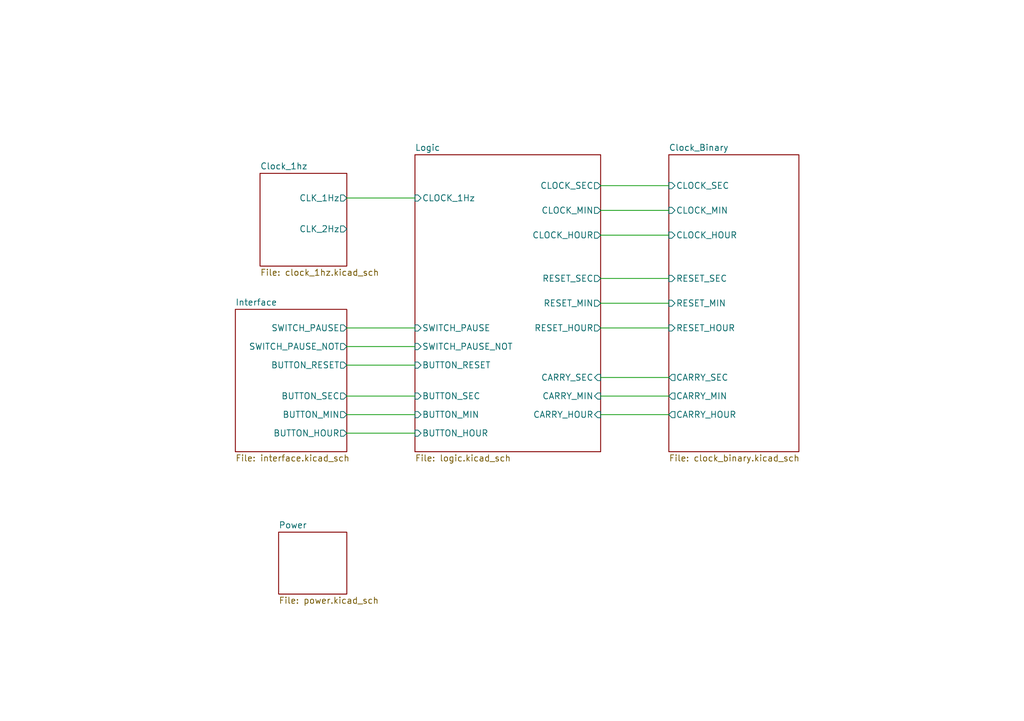
<source format=kicad_sch>
(kicad_sch (version 20230121) (generator eeschema)
  (paper "A5")
  (lib_symbols)
  (wire (pts (xy 71.12 74.93) (xy 85.09 74.93)))
  (wire (pts (xy 123.19 81.28) (xy 137.16 81.28)))
  (wire (pts (xy 123.19 48.26) (xy 137.16 48.26)))
  (wire (pts (xy 71.12 81.28) (xy 85.09 81.28)))
  (wire (pts (xy 71.12 71.12) (xy 85.09 71.12)))
  (wire (pts (xy 123.19 67.31) (xy 137.16 67.31)))
  (wire (pts (xy 123.19 38.1) (xy 137.16 38.1)))
  (wire (pts (xy 123.19 62.23) (xy 137.16 62.23)))
  (wire (pts (xy 71.12 88.9) (xy 85.09 88.9)))
  (wire (pts (xy 71.12 67.31) (xy 85.09 67.31)))
  (wire (pts (xy 71.12 85.09) (xy 85.09 85.09)))
  (wire (pts (xy 71.12 40.64) (xy 85.09 40.64)))
  (wire (pts (xy 123.19 77.47) (xy 137.16 77.47)))
  (wire (pts (xy 123.19 57.15) (xy 137.16 57.15)))
  (wire (pts (xy 123.19 85.09) (xy 137.16 85.09)))
  (wire (pts (xy 123.19 43.18) (xy 137.16 43.18)))
  (sheet (at 137.16 31.75) (size 26.67 60.96) (stroke (width 0.1524))
    (property "Sheetname" "Clock_Binary" (at 137.16 31.0384 0) (effects (justify left bottom)))
    (property "Sheetfile" "clock_binary.kicad_sch" (at 137.16 93.2946 0) (effects (justify left top)))
    (pin "CARRY_MIN" output (at 137.16 81.28 180))
    (pin "CLOCK_HOUR" input (at 137.16 48.26 180))
    (pin "RESET_HOUR" input (at 137.16 67.31 180))
    (pin "CARRY_HOUR" output (at 137.16 85.09 180))
    (pin "CLOCK_SEC" input (at 137.16 38.1 180))
    (pin "RESET_SEC" input (at 137.16 57.15 180))
    (pin "CARRY_SEC" output (at 137.16 77.47 180))
    (pin "CLOCK_MIN" input (at 137.16 43.18 180))
    (pin "RESET_MIN" input (at 137.16 62.23 180))
  )
  (sheet (at 57.15 109.22) (size 13.97 12.7) (stroke (width 0.1524))
    (property "Sheetname" "Power" (at 57.15 108.5084 0) (effects (justify left bottom)))
    (property "Sheetfile" "power.kicad_sch" (at 57.15 122.5046 0) (effects (justify left top)))
  )
  (sheet (at 53.34 35.56) (size 17.78 19.05) (stroke (width 0.1524))
    (property "Sheetname" "Clock_1hz" (at 53.34 34.8484 0) (effects (justify left bottom)))
    (property "Sheetfile" "clock_1hz.kicad_sch" (at 53.34 55.1946 0) (effects (justify left top)))
    (pin "CLK_2Hz" output (at 71.12 46.99 0))
    (pin "CLK_1Hz" output (at 71.12 40.64 0))
  )
  (sheet (at 85.09 31.75) (size 38.1 60.96) (stroke (width 0.1524))
    (property "Sheetname" "Logic" (at 85.09 31.0384 0) (effects (justify left bottom)))
    (property "Sheetfile" "logic.kicad_sch" (at 85.09 93.2946 0) (effects (justify left top)))
    (pin "BUTTON_SEC" input (at 85.09 81.28 180))
    (pin "SWITCH_PAUSE_NOT" input (at 85.09 71.12 180))
    (pin "CLOCK_1Hz" input (at 85.09 40.64 180))
    (pin "CARRY_SEC" input (at 123.19 77.47 0))
    (pin "BUTTON_RESET" input (at 85.09 74.93 180))
    (pin "SWITCH_PAUSE" input (at 85.09 67.31 180))
    (pin "CARRY_MIN" input (at 123.19 81.28 0))
    (pin "RESET_SEC" output (at 123.19 57.15 0))
    (pin "BUTTON_MIN" input (at 85.09 85.09 180))
    (pin "CLOCK_SEC" output (at 123.19 38.1 0))
    (pin "CARRY_HOUR" input (at 123.19 85.09 0))
    (pin "RESET_MIN" output (at 123.19 62.23 0))
    (pin "CLOCK_HOUR" output (at 123.19 48.26 0))
    (pin "RESET_HOUR" output (at 123.19 67.31 0))
    (pin "BUTTON_HOUR" input (at 85.09 88.9 180))
    (pin "CLOCK_MIN" output (at 123.19 43.18 0))
  )
  (sheet (at 48.26 63.5) (size 22.86 29.21) (stroke (width 0.1524))
    (property "Sheetname" "Interface" (at 48.26 62.7884 0) (effects (justify left bottom)))
    (property "Sheetfile" "interface.kicad_sch" (at 48.26 93.2946 0) (effects (justify left top)))
    (pin "BUTTON_RESET" output (at 71.12 74.93 0))
    (pin "SWITCH_PAUSE_NOT" output (at 71.12 71.12 0))
    (pin "BUTTON_SEC" output (at 71.12 81.28 0))
    (pin "BUTTON_HOUR" output (at 71.12 88.9 0))
    (pin "BUTTON_MIN" output (at 71.12 85.09 0))
    (pin "SWITCH_PAUSE" output (at 71.12 67.31 0))
  )
)
</source>
